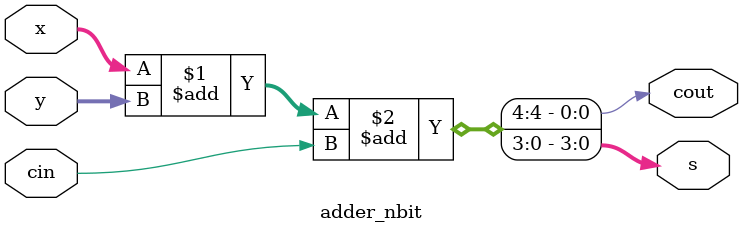
<source format=v>
module adder_nbit(x,y,cin,s,cout);
parameter n=4;
input [n-1:0]x,y;
input cin;
output [n-1:0]s;
output cout;
assign {cout,s}=x+y+cin;
endmodule

</source>
